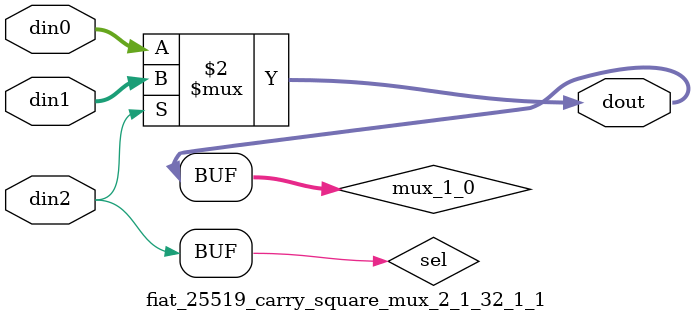
<source format=v>

`timescale 1ns/1ps

module fiat_25519_carry_square_mux_2_1_32_1_1 #(
parameter
    ID                = 0,
    NUM_STAGE         = 1,
    din0_WIDTH       = 32,
    din1_WIDTH       = 32,
    din2_WIDTH         = 32,
    dout_WIDTH            = 32
)(
    input  [31 : 0]     din0,
    input  [31 : 0]     din1,
    input  [0 : 0]    din2,
    output [31 : 0]   dout);

// puts internal signals
wire [0 : 0]     sel;
// level 1 signals
wire [31 : 0]         mux_1_0;

assign sel = din2;

// Generate level 1 logic
assign mux_1_0 = (sel[0] == 0)? din0 : din1;

// output logic
assign dout = mux_1_0;

endmodule

</source>
